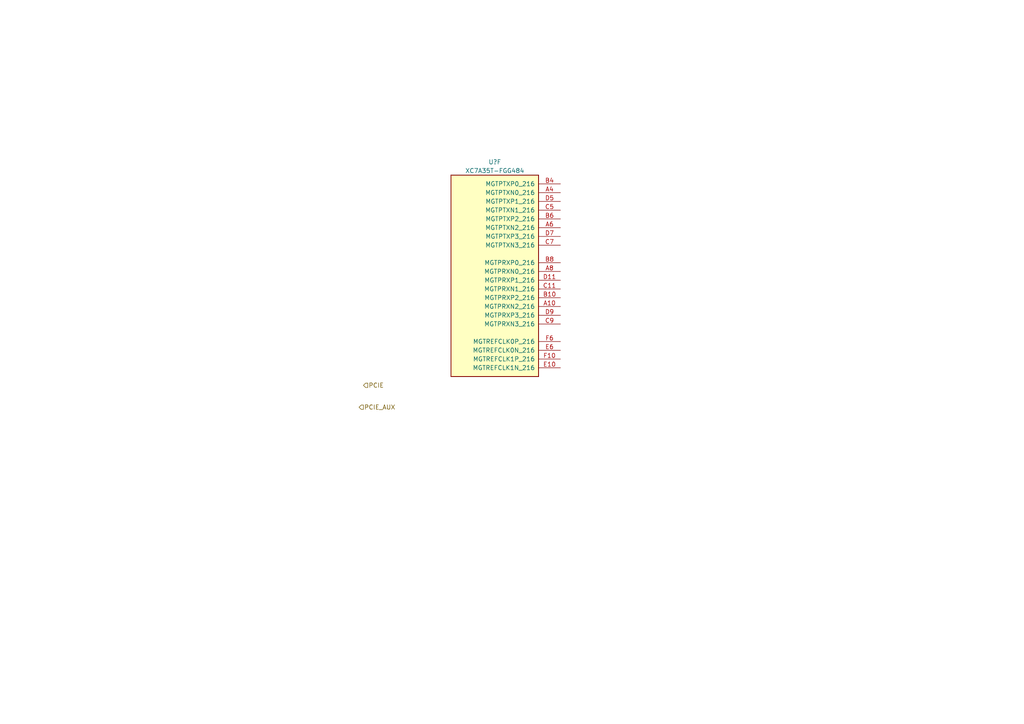
<source format=kicad_sch>
(kicad_sch (version 20250114) (generator "eeschema") (generator_version "9.0")
  (paper "A4")
  (lib_symbols
    (symbol "FPGA_Xilinx_Artix7:XC7A35T-FGG484" (pin_names (offset 1.016))
      (property "Reference" "U" (at -87.63 15.24 0))
      (property "Value" "XC7A35T-FGG484" (at -87.63 12.7 0))
      (symbol "XC7A35T-FGG484_1_1"
        (rectangle (start -19.05 64.77) (end 19.05 -64.77) (stroke (width 0.254)) (fill (type background)))
        (pin bidirectional line (at 25.4 62.23 180) (length 6.35) (name "IO_0_14") (number "P20"))
        (pin bidirectional line (at 25.4 59.69 180) (length 6.35) (name "IO_L1P_T0_D00_MOSI_14") (number "P22"))
        (pin bidirectional line (at 25.4 57.15 180) (length 6.35) (name "IO_L1N_T0_D01_DIN_14") (number "R22"))
        (pin bidirectional line (at 25.4 54.61 180) (length 6.35) (name "IO_L2P_T0_D02_14") (number "P21"))
        (pin bidirectional line (at 25.4 52.07 180) (length 6.35) (name "IO_L2N_T0_D03_14") (number "R21"))
        (pin bidirectional line (at 25.4 49.53 180) (length 6.35) (name "IO_L3P_T0_DQS_PUDC_B_14") (number "U22"))
        (pin bidirectional line (at 25.4 46.99 180) (length 6.35) (name "IO_L3N_T0_DQS_EMCCLK_14") (number "V22"))
        (pin bidirectional line (at 25.4 44.45 180) (length 6.35) (name "IO_L4P_T0_D04_14") (number "T21"))
        (pin bidirectional line (at 25.4 41.91 180) (length 6.35) (name "IO_L4N_T0_D05_14") (number "U21"))
        (pin bidirectional line (at 25.4 39.37 180) (length 6.35) (name "IO_L5P_T0_D06_14") (number "P19"))
        (pin bidirectional line (at 25.4 36.83 180) (length 6.35) (name "IO_L5N_T0_D07_14") (number "R19"))
        (pin bidirectional line (at 25.4 34.29 180) (length 6.35) (name "IO_L6P_T0_FCS_B_14") (number "T19"))
        (pin bidirectional line (at 25.4 31.75 180) (length 6.35) (name "IO_L6N_T0_D08_VREF_14") (number "T20"))
        (pin bidirectional line (at 25.4 29.21 180) (length 6.35) (name "IO_L7P_T1_D09_14") (number "W21"))
        (pin bidirectional line (at 25.4 26.67 180) (length 6.35) (name "IO_L7N_T1_D10_14") (number "W22"))
        (pin bidirectional line (at 25.4 24.13 180) (length 6.35) (name "IO_L8P_T1_D11_14") (number "AA20"))
        (pin bidirectional line (at 25.4 21.59 180) (length 6.35) (name "IO_L8N_T1_D12_14") (number "AA21"))
        (pin bidirectional line (at 25.4 19.05 180) (length 6.35) (name "IO_L9P_T1_DQS_14") (number "Y21"))
        (pin bidirectional line (at 25.4 16.51 180) (length 6.35) (name "IO_L9N_T1_DQS_D13_14") (number "Y22"))
        (pin bidirectional line (at 25.4 13.97 180) (length 6.35) (name "IO_L10P_T1_D14_14") (number "AB21"))
        (pin bidirectional line (at 25.4 11.43 180) (length 6.35) (name "IO_L10N_T1_D15_14") (number "AB22"))
        (pin bidirectional line (at 25.4 8.89 180) (length 6.35) (name "IO_L11P_T1_SRCC_14") (number "U20"))
        (pin bidirectional line (at 25.4 6.35 180) (length 6.35) (name "IO_L11N_T1_SRCC_14") (number "V20"))
        (pin bidirectional line (at 25.4 3.81 180) (length 6.35) (name "IO_L12P_T1_MRCC_14") (number "W19"))
        (pin bidirectional line (at 25.4 1.27 180) (length 6.35) (name "IO_L12N_T1_MRCC_14") (number "W20"))
        (pin bidirectional line (at 25.4 -1.27 180) (length 6.35) (name "IO_L13P_T2_MRCC_14") (number "Y18"))
        (pin bidirectional line (at 25.4 -3.81 180) (length 6.35) (name "IO_L13N_T2_MRCC_14") (number "Y19"))
        (pin bidirectional line (at 25.4 -6.35 180) (length 6.35) (name "IO_L14P_T2_SRCC_14") (number "V18"))
        (pin bidirectional line (at 25.4 -8.89 180) (length 6.35) (name "IO_L14N_T2_SRCC_14") (number "V19"))
        (pin bidirectional line (at 25.4 -11.43 180) (length 6.35) (name "IO_L15P_T2_DQS_RDWR_B_14") (number "AA19"))
        (pin bidirectional line (at 25.4 -13.97 180) (length 6.35) (name "IO_L15N_T2_DQS_DOUT_CSO_B_14") (number "AB20"))
        (pin bidirectional line (at 25.4 -16.51 180) (length 6.35) (name "IO_L16P_T2_CSI_B_14") (number "V17"))
        (pin bidirectional line (at 25.4 -19.05 180) (length 6.35) (name "IO_L16N_T2_A15_D31_14") (number "W17"))
        (pin bidirectional line (at 25.4 -21.59 180) (length 6.35) (name "IO_L17P_T2_A14_D30_14") (number "AA18"))
        (pin bidirectional line (at 25.4 -24.13 180) (length 6.35) (name "IO_L17N_T2_A13_D29_14") (number "AB18"))
        (pin bidirectional line (at 25.4 -26.67 180) (length 6.35) (name "IO_L18P_T2_A12_D28_14") (number "U17"))
        (pin bidirectional line (at 25.4 -29.21 180) (length 6.35) (name "IO_L18N_T2_A11_D27_14") (number "U18"))
        (pin bidirectional line (at 25.4 -31.75 180) (length 6.35) (name "IO_L19P_T3_A10_D26_14") (number "P14"))
        (pin bidirectional line (at 25.4 -34.29 180) (length 6.35) (name "IO_L19N_T3_A09_D25_VREF_14") (number "R14"))
        (pin bidirectional line (at 25.4 -36.83 180) (length 6.35) (name "IO_L20P_T3_A08_D24_14") (number "R18"))
        (pin bidirectional line (at 25.4 -39.37 180) (length 6.35) (name "IO_L20N_T3_A07_D23_14") (number "T18"))
        (pin bidirectional line (at 25.4 -41.91 180) (length 6.35) (name "IO_L21P_T3_DQS_14") (number "N17"))
        (pin bidirectional line (at 25.4 -44.45 180) (length 6.35) (name "IO_L21N_T3_DQS_A06_D22_14") (number "P17"))
        (pin bidirectional line (at 25.4 -46.99 180) (length 6.35) (name "IO_L22P_T3_A05_D21_14") (number "P15"))
        (pin bidirectional line (at 25.4 -49.53 180) (length 6.35) (name "IO_L22N_T3_A04_D20_14") (number "R16"))
        (pin bidirectional line (at 25.4 -52.07 180) (length 6.35) (name "IO_L23P_T3_A03_D19_14") (number "N13"))
        (pin bidirectional line (at 25.4 -54.61 180) (length 6.35) (name "IO_L23N_T3_A02_D18_14") (number "N14"))
        (pin bidirectional line (at 25.4 -57.15 180) (length 6.35) (name "IO_L24P_T3_A01_D17_14") (number "P16"))
        (pin bidirectional line (at 25.4 -59.69 180) (length 6.35) (name "IO_L24N_T3_A00_D16_14") (number "R17"))
        (pin bidirectional line (at 25.4 -62.23 180) (length 6.35) (name "IO_25_14") (number "N15"))
      )
      (symbol "XC7A35T-FGG484_2_1"
        (rectangle (start -19.05 64.77) (end 19.05 -64.77) (stroke (width 0.254)) (fill (type background)))
        (pin bidirectional line (at 25.4 62.23 180) (length 6.35) (name "IO_0_15") (number "J16"))
        (pin bidirectional line (at 25.4 59.69 180) (length 6.35) (name "IO_L1P_T0_AD0P_15") (number "H13"))
        (pin bidirectional line (at 25.4 57.15 180) (length 6.35) (name "IO_L1N_T0_AD0N_15") (number "G13"))
        (pin bidirectional line (at 25.4 54.61 180) (length 6.35) (name "IO_L2P_T0_AD8P_15") (number "G15"))
        (pin bidirectional line (at 25.4 52.07 180) (length 6.35) (name "IO_L2N_T0_AD8N_15") (number "G16"))
        (pin bidirectional line (at 25.4 49.53 180) (length 6.35) (name "IO_L3P_T0_DQS_AD1P_15") (number "J14"))
        (pin bidirectional line (at 25.4 46.99 180) (length 6.35) (name "IO_L3N_T0_DQS_AD1N_15") (number "H14"))
        (pin bidirectional line (at 25.4 44.45 180) (length 6.35) (name "IO_L4P_T0_15") (number "G17"))
        (pin bidirectional line (at 25.4 41.91 180) (length 6.35) (name "IO_L4N_T0_15") (number "G18"))
        (pin bidirectional line (at 25.4 39.37 180) (length 6.35) (name "IO_L5P_T0_AD9P_15") (number "J15"))
        (pin bidirectional line (at 25.4 36.83 180) (length 6.35) (name "IO_L5N_T0_AD9N_15") (number "H15"))
        (pin bidirectional line (at 25.4 34.29 180) (length 6.35) (name "IO_L6P_T0_15") (number "H17"))
        (pin bidirectional line (at 25.4 31.75 180) (length 6.35) (name "IO_L6N_T0_VREF_15") (number "H18"))
        (pin bidirectional line (at 25.4 29.21 180) (length 6.35) (name "IO_L7P_T1_AD2P_15") (number "J22"))
        (pin bidirectional line (at 25.4 26.67 180) (length 6.35) (name "IO_L7N_T1_AD2N_15") (number "H22"))
        (pin bidirectional line (at 25.4 24.13 180) (length 6.35) (name "IO_L8P_T1_AD10P_15") (number "H20"))
        (pin bidirectional line (at 25.4 21.59 180) (length 6.35) (name "IO_L8N_T1_AD10N_15") (number "G20"))
        (pin bidirectional line (at 25.4 19.05 180) (length 6.35) (name "IO_L9P_T1_DQS_AD3P_15") (number "K21"))
        (pin bidirectional line (at 25.4 16.51 180) (length 6.35) (name "IO_L9N_T1_DQS_AD3N_15") (number "K22"))
        (pin bidirectional line (at 25.4 13.97 180) (length 6.35) (name "IO_L10P_T1_AD11P_15") (number "M21"))
        (pin bidirectional line (at 25.4 11.43 180) (length 6.35) (name "IO_L10N_T1_AD11N_15") (number "L21"))
        (pin bidirectional line (at 25.4 8.89 180) (length 6.35) (name "IO_L11P_T1_SRCC_15") (number "J20"))
        (pin bidirectional line (at 25.4 6.35 180) (length 6.35) (name "IO_L11N_T1_SRCC_15") (number "J21"))
        (pin bidirectional line (at 25.4 3.81 180) (length 6.35) (name "IO_L12P_T1_MRCC_15") (number "J19"))
        (pin bidirectional line (at 25.4 1.27 180) (length 6.35) (name "IO_L12N_T1_MRCC_15") (number "H19"))
        (pin bidirectional line (at 25.4 -1.27 180) (length 6.35) (name "IO_L13P_T2_MRCC_15") (number "K18"))
        (pin bidirectional line (at 25.4 -3.81 180) (length 6.35) (name "IO_L13N_T2_MRCC_15") (number "K19"))
        (pin bidirectional line (at 25.4 -6.35 180) (length 6.35) (name "IO_L14P_T2_SRCC_15") (number "L19"))
        (pin bidirectional line (at 25.4 -8.89 180) (length 6.35) (name "IO_L14N_T2_SRCC_15") (number "L20"))
        (pin bidirectional line (at 25.4 -11.43 180) (length 6.35) (name "IO_L15P_T2_DQS_15") (number "N22"))
        (pin bidirectional line (at 25.4 -13.97 180) (length 6.35) (name "IO_L15N_T2_DQS_ADV_B_15") (number "M22"))
        (pin bidirectional line (at 25.4 -16.51 180) (length 6.35) (name "IO_L16P_T2_A28_15") (number "M18"))
        (pin bidirectional line (at 25.4 -19.05 180) (length 6.35) (name "IO_L16N_T2_A27_15") (number "L18"))
        (pin bidirectional line (at 25.4 -21.59 180) (length 6.35) (name "IO_L17P_T2_A26_15") (number "N18"))
        (pin bidirectional line (at 25.4 -24.13 180) (length 6.35) (name "IO_L17N_T2_A25_15") (number "N19"))
        (pin bidirectional line (at 25.4 -26.67 180) (length 6.35) (name "IO_L18P_T2_A24_15") (number "N20"))
        (pin bidirectional line (at 25.4 -29.21 180) (length 6.35) (name "IO_L18N_T2_A23_15") (number "M20"))
        (pin bidirectional line (at 25.4 -31.75 180) (length 6.35) (name "IO_L19P_T3_A22_15") (number "K13"))
        (pin bidirectional line (at 25.4 -34.29 180) (length 6.35) (name "IO_L19N_T3_A21_VREF_15") (number "K14"))
        (pin bidirectional line (at 25.4 -36.83 180) (length 6.35) (name "IO_L20P_T3_A20_15") (number "M13"))
        (pin bidirectional line (at 25.4 -39.37 180) (length 6.35) (name "IO_L20N_T3_A19_15") (number "L13"))
        (pin bidirectional line (at 25.4 -41.91 180) (length 6.35) (name "IO_L21P_T3_DQS_15") (number "K17"))
        (pin bidirectional line (at 25.4 -44.45 180) (length 6.35) (name "IO_L21N_T3_DQS_A18_15") (number "J17"))
        (pin bidirectional line (at 25.4 -46.99 180) (length 6.35) (name "IO_L22P_T3_A17_15") (number "L14"))
        (pin bidirectional line (at 25.4 -49.53 180) (length 6.35) (name "IO_L22N_T3_A16_15") (number "L15"))
        (pin bidirectional line (at 25.4 -52.07 180) (length 6.35) (name "IO_L23P_T3_FOE_B_15") (number "L16"))
        (pin bidirectional line (at 25.4 -54.61 180) (length 6.35) (name "IO_L23N_T3_FWE_B_15") (number "K16"))
        (pin bidirectional line (at 25.4 -57.15 180) (length 6.35) (name "IO_L24P_T3_RS1_15") (number "M15"))
        (pin bidirectional line (at 25.4 -59.69 180) (length 6.35) (name "IO_L24N_T3_RS0_15") (number "M16"))
        (pin bidirectional line (at 25.4 -62.23 180) (length 6.35) (name "IO_25_15") (number "M17"))
      )
      (symbol "XC7A35T-FGG484_3_1"
        (rectangle (start -19.05 64.77) (end 19.05 -64.77) (stroke (width 0.254)) (fill (type background)))
        (pin bidirectional line (at 25.4 62.23 180) (length 6.35) (name "IO_0_16") (number "F15"))
        (pin bidirectional line (at 25.4 59.69 180) (length 6.35) (name "IO_L1P_T0_16") (number "F13"))
        (pin bidirectional line (at 25.4 57.15 180) (length 6.35) (name "IO_L1N_T0_16") (number "F14"))
        (pin bidirectional line (at 25.4 54.61 180) (length 6.35) (name "IO_L2P_T0_16") (number "F16"))
        (pin bidirectional line (at 25.4 52.07 180) (length 6.35) (name "IO_L2N_T0_16") (number "E17"))
        (pin bidirectional line (at 25.4 49.53 180) (length 6.35) (name "IO_L3P_T0_DQS_16") (number "C14"))
        (pin bidirectional line (at 25.4 46.99 180) (length 6.35) (name "IO_L3N_T0_DQS_16") (number "C15"))
        (pin bidirectional line (at 25.4 44.45 180) (length 6.35) (name "IO_L4P_T0_16") (number "E13"))
        (pin bidirectional line (at 25.4 41.91 180) (length 6.35) (name "IO_L4N_T0_16") (number "E14"))
        (pin bidirectional line (at 25.4 39.37 180) (length 6.35) (name "IO_L5P_T0_16") (number "E16"))
        (pin bidirectional line (at 25.4 36.83 180) (length 6.35) (name "IO_L5N_T0_16") (number "D16"))
        (pin bidirectional line (at 25.4 34.29 180) (length 6.35) (name "IO_L6P_T0_16") (number "D14"))
        (pin bidirectional line (at 25.4 31.75 180) (length 6.35) (name "IO_L6N_T0_VREF_16") (number "D15"))
        (pin bidirectional line (at 25.4 29.21 180) (length 6.35) (name "IO_L7P_T1_16") (number "B15"))
        (pin bidirectional line (at 25.4 26.67 180) (length 6.35) (name "IO_L7N_T1_16") (number "B16"))
        (pin bidirectional line (at 25.4 24.13 180) (length 6.35) (name "IO_L8P_T1_16") (number "C13"))
        (pin bidirectional line (at 25.4 21.59 180) (length 6.35) (name "IO_L8N_T1_16") (number "B13"))
        (pin bidirectional line (at 25.4 19.05 180) (length 6.35) (name "IO_L9P_T1_DQS_16") (number "A15"))
        (pin bidirectional line (at 25.4 16.51 180) (length 6.35) (name "IO_L9N_T1_DQS_16") (number "A16"))
        (pin bidirectional line (at 25.4 13.97 180) (length 6.35) (name "IO_L10P_T1_16") (number "A13"))
        (pin bidirectional line (at 25.4 11.43 180) (length 6.35) (name "IO_L10N_T1_16") (number "A14"))
        (pin bidirectional line (at 25.4 8.89 180) (length 6.35) (name "IO_L11P_T1_SRCC_16") (number "B17"))
        (pin bidirectional line (at 25.4 6.35 180) (length 6.35) (name "IO_L11N_T1_SRCC_16") (number "B18"))
        (pin bidirectional line (at 25.4 3.81 180) (length 6.35) (name "IO_L12P_T1_MRCC_16") (number "D17"))
        (pin bidirectional line (at 25.4 1.27 180) (length 6.35) (name "IO_L12N_T1_MRCC_16") (number "C17"))
        (pin bidirectional line (at 25.4 -1.27 180) (length 6.35) (name "IO_L13P_T2_MRCC_16") (number "C18"))
        (pin bidirectional line (at 25.4 -3.81 180) (length 6.35) (name "IO_L13N_T2_MRCC_16") (number "C19"))
        (pin bidirectional line (at 25.4 -6.35 180) (length 6.35) (name "IO_L14P_T2_SRCC_16") (number "E19"))
        (pin bidirectional line (at 25.4 -8.89 180) (length 6.35) (name "IO_L14N_T2_SRCC_16") (number "D19"))
        (pin bidirectional line (at 25.4 -11.43 180) (length 6.35) (name "IO_L15P_T2_DQS_16") (number "F18"))
        (pin bidirectional line (at 25.4 -13.97 180) (length 6.35) (name "IO_L15N_T2_DQS_16") (number "E18"))
        (pin bidirectional line (at 25.4 -16.51 180) (length 6.35) (name "IO_L16P_T2_16") (number "B20"))
        (pin bidirectional line (at 25.4 -19.05 180) (length 6.35) (name "IO_L16N_T2_16") (number "A20"))
        (pin bidirectional line (at 25.4 -21.59 180) (length 6.35) (name "IO_L17P_T2_16") (number "A18"))
        (pin bidirectional line (at 25.4 -24.13 180) (length 6.35) (name "IO_L17N_T2_16") (number "A19"))
        (pin bidirectional line (at 25.4 -26.67 180) (length 6.35) (name "IO_L18P_T2_16") (number "F19"))
        (pin bidirectional line (at 25.4 -29.21 180) (length 6.35) (name "IO_L18N_T2_16") (number "F20"))
        (pin bidirectional line (at 25.4 -31.75 180) (length 6.35) (name "IO_L19P_T3_16") (number "D20"))
        (pin bidirectional line (at 25.4 -34.29 180) (length 6.35) (name "IO_L19N_T3_VREF_16") (number "C20"))
        (pin bidirectional line (at 25.4 -36.83 180) (length 6.35) (name "IO_L20P_T3_16") (number "C22"))
        (pin bidirectional line (at 25.4 -39.37 180) (length 6.35) (name "IO_L20N_T3_16") (number "B22"))
        (pin bidirectional line (at 25.4 -41.91 180) (length 6.35) (name "IO_L21P_T3_DQS_16") (number "B21"))
        (pin bidirectional line (at 25.4 -44.45 180) (length 6.35) (name "IO_L21N_T3_DQS_16") (number "A21"))
        (pin bidirectional line (at 25.4 -46.99 180) (length 6.35) (name "IO_L22P_T3_16") (number "E22"))
        (pin bidirectional line (at 25.4 -49.53 180) (length 6.35) (name "IO_L22N_T3_16") (number "D22"))
        (pin bidirectional line (at 25.4 -52.07 180) (length 6.35) (name "IO_L23P_T3_16") (number "E21"))
        (pin bidirectional line (at 25.4 -54.61 180) (length 6.35) (name "IO_L23N_T3_16") (number "D21"))
        (pin bidirectional line (at 25.4 -57.15 180) (length 6.35) (name "IO_L24P_T3_16") (number "G21"))
        (pin bidirectional line (at 25.4 -59.69 180) (length 6.35) (name "IO_L24N_T3_16") (number "G22"))
        (pin bidirectional line (at 25.4 -62.23 180) (length 6.35) (name "IO_25_16") (number "F21"))
      )
      (symbol "XC7A35T-FGG484_4_1"
        (rectangle (start -19.05 64.77) (end 19.05 -64.77) (stroke (width 0.254)) (fill (type background)))
        (pin bidirectional line (at 25.4 62.23 180) (length 6.35) (name "IO_0_34") (number "T3"))
        (pin bidirectional line (at 25.4 59.69 180) (length 6.35) (name "IO_L1P_T0_34") (number "T1"))
        (pin bidirectional line (at 25.4 57.15 180) (length 6.35) (name "IO_L1N_T0_34") (number "U1"))
        (pin bidirectional line (at 25.4 54.61 180) (length 6.35) (name "IO_L2P_T0_34") (number "U2"))
        (pin bidirectional line (at 25.4 52.07 180) (length 6.35) (name "IO_L2N_T0_34") (number "V2"))
        (pin bidirectional line (at 25.4 49.53 180) (length 6.35) (name "IO_L3P_T0_DQS_34") (number "R3"))
        (pin bidirectional line (at 25.4 46.99 180) (length 6.35) (name "IO_L3N_T0_DQS_34") (number "R2"))
        (pin bidirectional line (at 25.4 44.45 180) (length 6.35) (name "IO_L4P_T0_34") (number "W2"))
        (pin bidirectional line (at 25.4 41.91 180) (length 6.35) (name "IO_L4N_T0_34") (number "Y2"))
        (pin bidirectional line (at 25.4 39.37 180) (length 6.35) (name "IO_L5P_T0_34") (number "W1"))
        (pin bidirectional line (at 25.4 36.83 180) (length 6.35) (name "IO_L5N_T0_34") (number "Y1"))
        (pin bidirectional line (at 25.4 34.29 180) (length 6.35) (name "IO_L6P_T0_34") (number "U3"))
        (pin bidirectional line (at 25.4 31.75 180) (length 6.35) (name "IO_L6N_T0_VREF_34") (number "V3"))
        (pin bidirectional line (at 25.4 29.21 180) (length 6.35) (name "IO_L7P_T1_34") (number "AA1"))
        (pin bidirectional line (at 25.4 26.67 180) (length 6.35) (name "IO_L7N_T1_34") (number "AB1"))
        (pin bidirectional line (at 25.4 24.13 180) (length 6.35) (name "IO_L8P_T1_34") (number "AB3"))
        (pin bidirectional line (at 25.4 21.59 180) (length 6.35) (name "IO_L8N_T1_34") (number "AB2"))
        (pin bidirectional line (at 25.4 19.05 180) (length 6.35) (name "IO_L9P_T1_DQS_34") (number "Y3"))
        (pin bidirectional line (at 25.4 16.51 180) (length 6.35) (name "IO_L9N_T1_DQS_34") (number "AA3"))
        (pin bidirectional line (at 25.4 13.97 180) (length 6.35) (name "IO_L10P_T1_34") (number "AA5"))
        (pin bidirectional line (at 25.4 11.43 180) (length 6.35) (name "IO_L10N_T1_34") (number "AB5"))
        (pin bidirectional line (at 25.4 8.89 180) (length 6.35) (name "IO_L11P_T1_SRCC_34") (number "Y4"))
        (pin bidirectional line (at 25.4 6.35 180) (length 6.35) (name "IO_L11N_T1_SRCC_34") (number "AA4"))
        (pin bidirectional line (at 25.4 3.81 180) (length 6.35) (name "IO_L12P_T1_MRCC_34") (number "V4"))
        (pin bidirectional line (at 25.4 1.27 180) (length 6.35) (name "IO_L12N_T1_MRCC_34") (number "W4"))
        (pin bidirectional line (at 25.4 -1.27 180) (length 6.35) (name "IO_L13P_T2_MRCC_34") (number "R4"))
        (pin bidirectional line (at 25.4 -3.81 180) (length 6.35) (name "IO_L13N_T2_MRCC_34") (number "T4"))
        (pin bidirectional line (at 25.4 -6.35 180) (length 6.35) (name "IO_L14P_T2_SRCC_34") (number "T5"))
        (pin bidirectional line (at 25.4 -8.89 180) (length 6.35) (name "IO_L14N_T2_SRCC_34") (number "U5"))
        (pin bidirectional line (at 25.4 -11.43 180) (length 6.35) (name "IO_L15P_T2_DQS_34") (number "W6"))
        (pin bidirectional line (at 25.4 -13.97 180) (length 6.35) (name "IO_L15N_T2_DQS_34") (number "W5"))
        (pin bidirectional line (at 25.4 -16.51 180) (length 6.35) (name "IO_L16P_T2_34") (number "U6"))
        (pin bidirectional line (at 25.4 -19.05 180) (length 6.35) (name "IO_L16N_T2_34") (number "V5"))
        (pin bidirectional line (at 25.4 -21.59 180) (length 6.35) (name "IO_L17P_T2_34") (number "R6"))
        (pin bidirectional line (at 25.4 -24.13 180) (length 6.35) (name "IO_L17N_T2_34") (number "T6"))
        (pin bidirectional line (at 25.4 -26.67 180) (length 6.35) (name "IO_L18P_T2_34") (number "Y6"))
        (pin bidirectional line (at 25.4 -29.21 180) (length 6.35) (name "IO_L18N_T2_34") (number "AA6"))
        (pin bidirectional line (at 25.4 -31.75 180) (length 6.35) (name "IO_L19P_T3_34") (number "V7"))
        (pin bidirectional line (at 25.4 -34.29 180) (length 6.35) (name "IO_L19N_T3_VREF_34") (number "W7"))
        (pin bidirectional line (at 25.4 -36.83 180) (length 6.35) (name "IO_L20P_T3_34") (number "AB7"))
        (pin bidirectional line (at 25.4 -39.37 180) (length 6.35) (name "IO_L20N_T3_34") (number "AB6"))
        (pin bidirectional line (at 25.4 -41.91 180) (length 6.35) (name "IO_L21P_T3_DQS_34") (number "V9"))
        (pin bidirectional line (at 25.4 -44.45 180) (length 6.35) (name "IO_L21N_T3_DQS_34") (number "V8"))
        (pin bidirectional line (at 25.4 -46.99 180) (length 6.35) (name "IO_L22P_T3_34") (number "AA8"))
        (pin bidirectional line (at 25.4 -49.53 180) (length 6.35) (name "IO_L22N_T3_34") (number "AB8"))
        (pin bidirectional line (at 25.4 -52.07 180) (length 6.35) (name "IO_L23P_T3_34") (number "Y8"))
        (pin bidirectional line (at 25.4 -54.61 180) (length 6.35) (name "IO_L23N_T3_34") (number "Y7"))
        (pin bidirectional line (at 25.4 -57.15 180) (length 6.35) (name "IO_L24P_T3_34") (number "W9"))
        (pin bidirectional line (at 25.4 -59.69 180) (length 6.35) (name "IO_L24N_T3_34") (number "Y9"))
        (pin bidirectional line (at 25.4 -62.23 180) (length 6.35) (name "IO_25_34") (number "U7"))
      )
      (symbol "XC7A35T-FGG484_5_1"
        (rectangle (start -19.05 64.77) (end 19.05 -64.77) (stroke (width 0.254)) (fill (type background)))
        (pin bidirectional line (at 25.4 62.23 180) (length 6.35) (name "IO_0_35") (number "F4"))
        (pin bidirectional line (at 25.4 59.69 180) (length 6.35) (name "IO_L1P_T0_AD4P_35") (number "B1"))
        (pin bidirectional line (at 25.4 57.15 180) (length 6.35) (name "IO_L1N_T0_AD4N_35") (number "A1"))
        (pin bidirectional line (at 25.4 54.61 180) (length 6.35) (name "IO_L2P_T0_AD12P_35") (number "C2"))
        (pin bidirectional line (at 25.4 52.07 180) (length 6.35) (name "IO_L2N_T0_AD12N_35") (number "B2"))
        (pin bidirectional line (at 25.4 49.53 180) (length 6.35) (name "IO_L3P_T0_DQS_AD5P_35") (number "E1"))
        (pin bidirectional line (at 25.4 46.99 180) (length 6.35) (name "IO_L3N_T0_DQS_AD5N_35") (number "D1"))
        (pin bidirectional line (at 25.4 44.45 180) (length 6.35) (name "IO_L4P_T0_35") (number "E2"))
        (pin bidirectional line (at 25.4 41.91 180) (length 6.35) (name "IO_L4N_T0_35") (number "D2"))
        (pin bidirectional line (at 25.4 39.37 180) (length 6.35) (name "IO_L5P_T0_AD13P_35") (number "G1"))
        (pin bidirectional line (at 25.4 36.83 180) (length 6.35) (name "IO_L5N_T0_AD13N_35") (number "F1"))
        (pin bidirectional line (at 25.4 34.29 180) (length 6.35) (name "IO_L6P_T0_35") (number "F3"))
        (pin bidirectional line (at 25.4 31.75 180) (length 6.35) (name "IO_L6N_T0_VREF_35") (number "E3"))
        (pin bidirectional line (at 25.4 29.21 180) (length 6.35) (name "IO_L7P_T1_AD6P_35") (number "K1"))
        (pin bidirectional line (at 25.4 26.67 180) (length 6.35) (name "IO_L7N_T1_AD6N_35") (number "J1"))
        (pin bidirectional line (at 25.4 24.13 180) (length 6.35) (name "IO_L8P_T1_AD14P_35") (number "H2"))
        (pin bidirectional line (at 25.4 21.59 180) (length 6.35) (name "IO_L8N_T1_AD14N_35") (number "G2"))
        (pin bidirectional line (at 25.4 19.05 180) (length 6.35) (name "IO_L9P_T1_DQS_AD7P_35") (number "K2"))
        (pin bidirectional line (at 25.4 16.51 180) (length 6.35) (name "IO_L9N_T1_DQS_AD7N_35") (number "J2"))
        (pin bidirectional line (at 25.4 13.97 180) (length 6.35) (name "IO_L10P_T1_AD15P_35") (number "J5"))
        (pin bidirectional line (at 25.4 11.43 180) (length 6.35) (name "IO_L10N_T1_AD15N_35") (number "H5"))
        (pin bidirectional line (at 25.4 8.89 180) (length 6.35) (name "IO_L11P_T1_SRCC_35") (number "H3"))
        (pin bidirectional line (at 25.4 6.35 180) (length 6.35) (name "IO_L11N_T1_SRCC_35") (number "G3"))
        (pin bidirectional line (at 25.4 3.81 180) (length 6.35) (name "IO_L12P_T1_MRCC_35") (number "H4"))
        (pin bidirectional line (at 25.4 1.27 180) (length 6.35) (name "IO_L12N_T1_MRCC_35") (number "G4"))
        (pin bidirectional line (at 25.4 -1.27 180) (length 6.35) (name "IO_L13P_T2_MRCC_35") (number "K4"))
        (pin bidirectional line (at 25.4 -3.81 180) (length 6.35) (name "IO_L13N_T2_MRCC_35") (number "J4"))
        (pin bidirectional line (at 25.4 -6.35 180) (length 6.35) (name "IO_L14P_T2_SRCC_35") (number "L3"))
        (pin bidirectional line (at 25.4 -8.89 180) (length 6.35) (name "IO_L14N_T2_SRCC_35") (number "K3"))
        (pin bidirectional line (at 25.4 -11.43 180) (length 6.35) (name "IO_L15P_T2_DQS_35") (number "M1"))
        (pin bidirectional line (at 25.4 -13.97 180) (length 6.35) (name "IO_L15N_T2_DQS_35") (number "L1"))
        (pin bidirectional line (at 25.4 -16.51 180) (length 6.35) (name "IO_L16P_T2_35") (number "M3"))
        (pin bidirectional line (at 25.4 -19.05 180) (length 6.35) (name "IO_L16N_T2_35") (number "M2"))
        (pin bidirectional line (at 25.4 -21.59 180) (length 6.35) (name "IO_L17P_T2_35") (number "K6"))
        (pin bidirectional line (at 25.4 -24.13 180) (length 6.35) (name "IO_L17N_T2_35") (number "J6"))
        (pin bidirectional line (at 25.4 -26.67 180) (length 6.35) (name "IO_L18P_T2_35") (number "L5"))
        (pin bidirectional line (at 25.4 -29.21 180) (length 6.35) (name "IO_L18N_T2_35") (number "L4"))
        (pin bidirectional line (at 25.4 -31.75 180) (length 6.35) (name "IO_L19P_T3_35") (number "N4"))
        (pin bidirectional line (at 25.4 -34.29 180) (length 6.35) (name "IO_L19N_T3_VREF_35") (number "N3"))
        (pin bidirectional line (at 25.4 -36.83 180) (length 6.35) (name "IO_L20P_T3_35") (number "R1"))
        (pin bidirectional line (at 25.4 -39.37 180) (length 6.35) (name "IO_L20N_T3_35") (number "P1"))
        (pin bidirectional line (at 25.4 -41.91 180) (length 6.35) (name "IO_L21P_T3_DQS_35") (number "P5"))
        (pin bidirectional line (at 25.4 -44.45 180) (length 6.35) (name "IO_L21N_T3_DQS_35") (number "P4"))
        (pin bidirectional line (at 25.4 -46.99 180) (length 6.35) (name "IO_L22P_T3_35") (number "P2"))
        (pin bidirectional line (at 25.4 -49.53 180) (length 6.35) (name "IO_L22N_T3_35") (number "N2"))
        (pin bidirectional line (at 25.4 -52.07 180) (length 6.35) (name "IO_L23P_T3_35") (number "M6"))
        (pin bidirectional line (at 25.4 -54.61 180) (length 6.35) (name "IO_L23N_T3_35") (number "M5"))
        (pin bidirectional line (at 25.4 -57.15 180) (length 6.35) (name "IO_L24P_T3_35") (number "P6"))
        (pin bidirectional line (at 25.4 -59.69 180) (length 6.35) (name "IO_L24N_T3_35") (number "N5"))
        (pin bidirectional line (at 25.4 -62.23 180) (length 6.35) (name "IO_25_35") (number "L6"))
      )
      (symbol "XC7A35T-FGG484_6_1"
        (rectangle (start -12.7 29.21) (end 12.7 -29.21) (stroke (width 0.254)) (fill (type background)))
        (pin bidirectional line (at 19.05 26.67 180) (length 6.35) (name "MGTPTXP0_216") (number "B4"))
        (pin bidirectional line (at 19.05 24.13 180) (length 6.35) (name "MGTPTXN0_216") (number "A4"))
        (pin bidirectional line (at 19.05 21.59 180) (length 6.35) (name "MGTPTXP1_216") (number "D5"))
        (pin bidirectional line (at 19.05 19.05 180) (length 6.35) (name "MGTPTXN1_216") (number "C5"))
        (pin bidirectional line (at 19.05 16.51 180) (length 6.35) (name "MGTPTXP2_216") (number "B6"))
        (pin bidirectional line (at 19.05 13.97 180) (length 6.35) (name "MGTPTXN2_216") (number "A6"))
        (pin bidirectional line (at 19.05 11.43 180) (length 6.35) (name "MGTPTXP3_216") (number "D7"))
        (pin bidirectional line (at 19.05 8.89 180) (length 6.35) (name "MGTPTXN3_216") (number "C7"))
        (pin bidirectional line (at 19.05 3.81 180) (length 6.35) (name "MGTPRXP0_216") (number "B8"))
        (pin bidirectional line (at 19.05 1.27 180) (length 6.35) (name "MGTPRXN0_216") (number "A8"))
        (pin bidirectional line (at 19.05 -1.27 180) (length 6.35) (name "MGTPRXP1_216") (number "D11"))
        (pin bidirectional line (at 19.05 -3.81 180) (length 6.35) (name "MGTPRXN1_216") (number "C11"))
        (pin bidirectional line (at 19.05 -6.35 180) (length 6.35) (name "MGTPRXP2_216") (number "B10"))
        (pin bidirectional line (at 19.05 -8.89 180) (length 6.35) (name "MGTPRXN2_216") (number "A10"))
        (pin bidirectional line (at 19.05 -11.43 180) (length 6.35) (name "MGTPRXP3_216") (number "D9"))
        (pin bidirectional line (at 19.05 -13.97 180) (length 6.35) (name "MGTPRXN3_216") (number "C9"))
        (pin bidirectional line (at 19.05 -19.05 180) (length 6.35) (name "MGTREFCLK0P_216") (number "F6"))
        (pin bidirectional line (at 19.05 -21.59 180) (length 6.35) (name "MGTREFCLK0N_216") (number "E6"))
        (pin bidirectional line (at 19.05 -24.13 180) (length 6.35) (name "MGTREFCLK1P_216") (number "F10"))
        (pin bidirectional line (at 19.05 -26.67 180) (length 6.35) (name "MGTREFCLK1N_216") (number "E10"))
      )
      (symbol "XC7A35T-FGG484_7_1"
        (rectangle (start -13.97 11.43) (end 13.97 -11.43) (stroke (width 0.254)) (fill (type background)))
        (pin power_in line (at -20.32 8.89 0) (length 6.35) (name "MGTAVCC") (number "D6"))
        (pin power_in line (at -20.32 6.35 0) (length 6.35) (name "MGTAVCC") (number "D10"))
        (pin power_in line (at -20.32 3.81 0) (length 6.35) (name "MGTAVCC") (number "F7"))
        (pin power_in line (at -20.32 1.27 0) (length 6.35) (name "MGTAVCC") (number "F9"))
        (pin power_in line (at -20.32 -1.27 0) (length 6.35) (name "MGTAVCC") (number "E8"))
        (pin power_in line (at 20.32 8.89 180) (length 6.35) (name "MGTAVTT") (number "B5"))
        (pin power_in line (at 20.32 6.35 180) (length 6.35) (name "MGTAVTT") (number "B7"))
        (pin power_in line (at 20.32 3.81 180) (length 6.35) (name "MGTAVTT") (number "B9"))
        (pin power_in line (at 20.32 1.27 180) (length 6.35) (name "MGTAVTT") (number "B11"))
        (pin power_in line (at 20.32 -1.27 180) (length 6.35) (name "MGTAVTT") (number "C4"))
        (pin power_in line (at 20.32 -3.81 180) (length 6.35) (name "MGTAVTT") (number "C8"))
        (pin power_in line (at 20.32 -8.89 180) (length 6.35) (name "MGTRREF_216") (number "F8"))
      )
      (symbol "XC7A35T-FGG484_8_1"
        (rectangle (start -10.16 31.75) (end 10.16 -31.75) (stroke (width 0.254)) (fill (type background)))
        (pin bidirectional line (at 16.51 29.21 180) (length 6.35) (name "TDI_0") (number "R13"))
        (pin bidirectional line (at 16.51 26.67 180) (length 6.35) (name "TDO_0") (number "U13"))
        (pin bidirectional line (at 16.51 24.13 180) (length 6.35) (name "TMS_0") (number "T13"))
        (pin bidirectional line (at 16.51 21.59 180) (length 6.35) (name "TCK_0") (number "V12"))
        (pin bidirectional line (at 16.51 16.51 180) (length 6.35) (name "CCLK_0") (number "L12"))
        (pin bidirectional line (at 16.51 13.97 180) (length 6.35) (name "M0_0") (number "U11"))
        (pin bidirectional line (at 16.51 11.43 180) (length 6.35) (name "M1_0") (number "U10"))
        (pin bidirectional line (at 16.51 8.89 180) (length 6.35) (name "M2_0") (number "U9"))
        (pin bidirectional line (at 16.51 3.81 180) (length 6.35) (name "DONE_0") (number "G11"))
        (pin bidirectional line (at 16.51 1.27 180) (length 6.35) (name "INIT_B_0") (number "U12"))
        (pin bidirectional line (at 16.51 -1.27 180) (length 6.35) (name "PROGRAM_B_0") (number "N12"))
        (pin bidirectional line (at 16.51 -6.35 180) (length 6.35) (name "CFGBVS_0") (number "U8"))
        (pin bidirectional line (at 16.51 -11.43 180) (length 6.35) (name "VP_0") (number "L10"))
        (pin bidirectional line (at 16.51 -13.97 180) (length 6.35) (name "VN_0") (number "M9"))
        (pin bidirectional line (at 16.51 -19.05 180) (length 6.35) (name "VREFP_0") (number "M10"))
        (pin bidirectional line (at 16.51 -21.59 180) (length 6.35) (name "VREFN_0") (number "L9"))
        (pin bidirectional line (at 16.51 -26.67 180) (length 6.35) (name "DXP_0") (number "N10"))
        (pin bidirectional line (at 16.51 -29.21 180) (length 6.35) (name "DXN_0") (number "N9"))
      )
      (symbol "XC7A35T-FGG484_9_1"
        (rectangle (start -19.05 76.2) (end 19.05 -76.2) (stroke (width 0.254)) (fill (type background)))
        (pin power_in line (at -25.4 73.66 0) (length 6.35) (name "VCCAUX") (number "H12"))
        (pin power_in line (at -25.4 71.12 0) (length 6.35) (name "VCCAUX") (number "K12"))
        (pin power_in line (at -25.4 68.58 0) (length 6.35) (name "VCCAUX") (number "M12"))
        (pin power_in line (at -25.4 66.04 0) (length 6.35) (name "VCCAUX") (number "P12"))
        (pin power_in line (at -25.4 63.5 0) (length 6.35) (name "VCCAUX") (number "R11"))
        (pin power_in line (at -25.4 58.42 0) (length 6.35) (name "GNDADC_0") (number "K9"))
        (pin power_in line (at -25.4 55.88 0) (length 6.35) (name "VCCADC_0") (number "K10"))
        (pin power_in line (at -25.4 53.34 0) (length 6.35) (name "VCCBATT_0") (number "E12"))
        (pin power_in line (at -25.4 50.8 0) (length 6.35) (name "VCCBRAM") (number "J11"))
        (pin power_in line (at -25.4 48.26 0) (length 6.35) (name "VCCBRAM") (number "L11"))
        (pin power_in line (at -25.4 45.72 0) (length 6.35) (name "VCCBRAM") (number "N11"))
        (pin power_in line (at -25.4 35.56 0) (length 6.35) (name "GND") (number "A2"))
        (pin power_in line (at -25.4 33.02 0) (length 6.35) (name "GND") (number "A3"))
        (pin power_in line (at -25.4 30.48 0) (length 6.35) (name "GND") (number "A5"))
        (pin power_in line (at -25.4 27.94 0) (length 6.35) (name "GND") (number "A7"))
        (pin power_in line (at -25.4 25.4 0) (length 6.35) (name "GND") (number "A9"))
        (pin power_in line (at -25.4 22.86 0) (length 6.35) (name "GND") (number "A11"))
        (pin power_in line (at -25.4 20.32 0) (length 6.35) (name "GND") (number "A12"))
        (pin power_in line (at -25.4 17.78 0) (length 6.35) (name "GND") (number "A22"))
        (pin power_in line (at -25.4 15.24 0) (length 6.35) (name "GND") (number "B3"))
        (pin power_in line (at -25.4 12.7 0) (length 6.35) (name "GND") (number "B12"))
        (pin power_in line (at -25.4 10.16 0) (length 6.35) (name "GND") (number "B19"))
        (pin power_in line (at -25.4 7.62 0) (length 6.35) (name "GND") (number "C3"))
        (pin power_in line (at -25.4 5.08 0) (length 6.35) (name "GND") (number "C6"))
        (pin power_in line (at -25.4 2.54 0) (length 6.35) (name "GND") (number "C10"))
        (pin power_in line (at -25.4 0 0) (length 6.35) (name "GND") (number "C12"))
        (pin power_in line (at -25.4 -2.54 0) (length 6.35) (name "GND") (number "C16"))
        (pin power_in line (at -25.4 -5.08 0) (length 6.35) (name "GND") (number "D3"))
        (pin power_in line (at -25.4 -7.62 0) (length 6.35) (name "GND") (number "D4"))
        (pin power_in line (at -25.4 -10.16 0) (length 6.35) (name "GND") (number "D8"))
        (pin power_in line (at -25.4 -12.7 0) (length 6.35) (name "GND") (number "D12"))
        (pin power_in line (at -25.4 -15.24 0) (length 6.35) (name "GND") (number "D13"))
        (pin power_in line (at -25.4 -17.78 0) (length 6.35) (name "GND") (number "E4"))
        (pin power_in line (at -25.4 -20.32 0) (length 6.35) (name "GND") (number "E5"))
        (pin power_in line (at -25.4 -22.86 0) (length 6.35) (name "GND") (number "E7"))
        (pin power_in line (at -25.4 -25.4 0) (length 6.35) (name "GND") (number "E9"))
        (pin power_in line (at -25.4 -27.94 0) (length 6.35) (name "GND") (number "E11"))
        (pin power_in line (at -25.4 -30.48 0) (length 6.35) (name "GND") (number "E20"))
        (pin power_in line (at -25.4 -33.02 0) (length 6.35) (name "GND") (number "F5"))
        (pin power_in line (at -25.4 -35.56 0) (length 6.35) (name "GND") (number "F11"))
        (pin power_in line (at -25.4 -38.1 0) (length 6.35) (name "GND") (number "F17"))
        (pin power_in line (at -25.4 -40.64 0) (length 6.35) (name "GND") (number "G5"))
        (pin power_in line (at -25.4 -43.18 0) (length 6.35) (name "GND") (number "G6"))
        (pin power_in line (at -25.4 -45.72 0) (length 6.35) (name "GND") (number "G7"))
        (pin power_in line (at -25.4 -48.26 0) (length 6.35) (name "GND") (number "G8"))
        (pin power_in line (at -25.4 -50.8 0) (length 6.35) (name "GND") (number "G9"))
        (pin power_in line (at -25.4 -53.34 0) (length 6.35) (name "GND") (number "G10"))
        (pin power_in line (at -25.4 -55.88 0) (length 6.35) (name "GND") (number "G12"))
        (pin power_in line (at -25.4 -58.42 0) (length 6.35) (name "GND") (number "G14"))
        (pin power_in line (at -25.4 -60.96 0) (length 6.35) (name "GND") (number "H1"))
        (pin power_in line (at -25.4 -63.5 0) (length 6.35) (name "GND") (number "H7"))
        (pin power_in line (at -25.4 -66.04 0) (length 6.35) (name "GND") (number "H9"))
        (pin power_in line (at -25.4 -68.58 0) (length 6.35) (name "GND") (number "H11"))
        (pin power_in line (at -25.4 -71.12 0) (length 6.35) (name "GND") (number "H21"))
        (pin power_in line (at -25.4 -73.66 0) (length 6.35) (name "GND") (number "J8"))
        (pin power_in line (at 25.4 73.66 180) (length 6.35) (name "VCCINT") (number "H8"))
        (pin power_in line (at 25.4 71.12 180) (length 6.35) (name "VCCINT") (number "H10"))
        (pin power_in line (at 25.4 68.58 180) (length 6.35) (name "VCCINT") (number "J7"))
        (pin power_in line (at 25.4 66.04 180) (length 6.35) (name "VCCINT") (number "J9"))
        (pin power_in line (at 25.4 63.5 180) (length 6.35) (name "VCCINT") (number "K8"))
        (pin power_in line (at 25.4 60.96 180) (length 6.35) (name "VCCINT") (number "L7"))
        (pin power_in line (at 25.4 58.42 180) (length 6.35) (name "VCCINT") (number "M8"))
        (pin power_in line (at 25.4 55.88 180) (length 6.35) (name "VCCINT") (number "N7"))
        (pin power_in line (at 25.4 53.34 180) (length 6.35) (name "VCCINT") (number "P8"))
        (pin power_in line (at 25.4 50.8 180) (length 6.35) (name "VCCINT") (number "P10"))
        (pin power_in line (at 25.4 48.26 180) (length 6.35) (name "VCCINT") (number "R7"))
        (pin power_in line (at 25.4 45.72 180) (length 6.35) (name "VCCINT") (number "R9"))
        (pin power_in line (at 25.4 43.18 180) (length 6.35) (name "VCCINT") (number "T8"))
        (pin power_in line (at 25.4 40.64 180) (length 6.35) (name "VCCINT") (number "T10"))
        (pin power_in line (at 25.4 33.02 180) (length 6.35) (name "GND") (number "J10"))
        (pin power_in line (at 25.4 30.48 180) (length 6.35) (name "GND") (number "J12"))
        (pin power_in line (at 25.4 27.94 180) (length 6.35) (name "GND") (number "J18"))
        (pin power_in line (at 25.4 25.4 180) (length 6.35) (name "GND") (number "K5"))
        (pin power_in line (at 25.4 22.86 180) (length 6.35) (name "GND") (number "K7"))
        (pin power_in line (at 25.4 20.32 180) (length 6.35) (name "GND") (number "K11"))
        (pin power_in line (at 25.4 17.78 180) (length 6.35) (name "GND") (number "K15"))
        (pin power_in line (at 25.4 15.24 180) (length 6.35) (name "GND") (number "L2"))
        (pin power_in line (at 25.4 12.7 180) (length 6.35) (name "GND") (number "L8"))
        (pin power_in line (at 25.4 10.16 180) (length 6.35) (name "GND") (number "L22"))
        (pin power_in line (at 25.4 7.62 180) (length 6.35) (name "GND") (number "M7"))
        (pin power_in line (at 25.4 5.08 180) (length 6.35) (name "GND") (number "M11"))
        (pin power_in line (at 25.4 2.54 180) (length 6.35) (name "GND") (number "M19"))
        (pin power_in line (at 25.4 0 180) (length 6.35) (name "GND") (number "N6"))
        (pin power_in line (at 25.4 -2.54 180) (length 6.35) (name "GND") (number "N8"))
        (pin power_in line (at 25.4 -5.08 180) (length 6.35) (name "GND") (number "N16"))
        (pin power_in line (at 25.4 -7.62 180) (length 6.35) (name "GND") (number "P3"))
        (pin power_in line (at 25.4 -10.16 180) (length 6.35) (name "GND") (number "P7"))
        (pin power_in line (at 25.4 -12.7 180) (length 6.35) (name "GND") (number "P9"))
        (pin power_in line (at 25.4 -15.24 180) (length 6.35) (name "GND") (number "P11"))
        (pin power_in line (at 25.4 -17.78 180) (length 6.35) (name "GND") (number "P13"))
        (pin power_in line (at 25.4 -20.32 180) (length 6.35) (name "GND") (number "R8"))
        (pin power_in line (at 25.4 -22.86 180) (length 6.35) (name "GND") (number "R10"))
        (pin power_in line (at 25.4 -25.4 180) (length 6.35) (name "GND") (number "R12"))
        (pin power_in line (at 25.4 -27.94 180) (length 6.35) (name "GND") (number "R20"))
        (pin power_in line (at 25.4 -30.48 180) (length 6.35) (name "GND") (number "T7"))
        (pin power_in line (at 25.4 -33.02 180) (length 6.35) (name "GND") (number "T9"))
        (pin power_in line (at 25.4 -35.56 180) (length 6.35) (name "GND") (number "T11"))
        (pin power_in line (at 25.4 -38.1 180) (length 6.35) (name "GND") (number "T17"))
        (pin power_in line (at 25.4 -40.64 180) (length 6.35) (name "GND") (number "U4"))
        (pin power_in line (at 25.4 -43.18 180) (length 6.35) (name "GND") (number "U14"))
        (pin power_in line (at 25.4 -45.72 180) (length 6.35) (name "GND") (number "V1"))
        (pin power_in line (at 25.4 -48.26 180) (length 6.35) (name "GND") (number "V11"))
        (pin power_in line (at 25.4 -50.8 180) (length 6.35) (name "GND") (number "V21"))
        (pin power_in line (at 25.4 -53.34 180) (length 6.35) (name "GND") (number "W8"))
        (pin power_in line (at 25.4 -55.88 180) (length 6.35) (name "GND") (number "W18"))
        (pin power_in line (at 25.4 -58.42 180) (length 6.35) (name "GND") (number "Y5"))
        (pin power_in line (at 25.4 -60.96 180) (length 6.35) (name "GND") (number "Y15"))
        (pin power_in line (at 25.4 -63.5 180) (length 6.35) (name "GND") (number "AA2"))
        (pin power_in line (at 25.4 -66.04 180) (length 6.35) (name "GND") (number "AA12"))
        (pin power_in line (at 25.4 -68.58 180) (length 6.35) (name "GND") (number "AA22"))
        (pin power_in line (at 25.4 -71.12 180) (length 6.35) (name "GND") (number "AB9"))
        (pin power_in line (at 25.4 -73.66 180) (length 6.35) (name "GND") (number "AB19"))
      )
      (symbol "XC7A35T-FGG484_10_1"
        (rectangle (start -11.43 52.07) (end 11.43 -52.07) (stroke (width 0.254)) (fill (type background)))
        (pin power_in line (at 17.78 49.53 180) (length 6.35) (name "VCCO_0") (number "F12"))
        (pin power_in line (at 17.78 46.99 180) (length 6.35) (name "VCCO_0") (number "T12"))
        (pin power_in line (at 17.78 43.18 180) (length 6.35) (name "VCCO_13") (number "AA17"))
        (pin power_in line (at 17.78 40.64 180) (length 6.35) (name "VCCO_13") (number "AB14"))
        (pin power_in line (at 17.78 38.1 180) (length 6.35) (name "VCCO_13") (number "V16"))
        (pin power_in line (at 17.78 35.56 180) (length 6.35) (name "VCCO_13") (number "W13"))
        (pin power_in line (at 17.78 33.02 180) (length 6.35) (name "VCCO_13") (number "Y10"))
        (pin power_in line (at 17.78 29.21 180) (length 6.35) (name "VCCO_14") (number "M14"))
        (pin power_in line (at 17.78 26.67 180) (length 6.35) (name "VCCO_14") (number "P18"))
        (pin power_in line (at 17.78 24.13 180) (length 6.35) (name "VCCO_14") (number "R15"))
        (pin power_in line (at 17.78 21.59 180) (length 6.35) (name "VCCO_14") (number "T22"))
        (pin power_in line (at 17.78 19.05 180) (length 6.35) (name "VCCO_14") (number "U19"))
        (pin power_in line (at 17.78 16.51 180) (length 6.35) (name "VCCO_14") (number "Y20"))
        (pin power_in line (at 17.78 12.7 180) (length 6.35) (name "VCCO_15") (number "G19"))
        (pin power_in line (at 17.78 10.16 180) (length 6.35) (name "VCCO_15") (number "H16"))
        (pin power_in line (at 17.78 7.62 180) (length 6.35) (name "VCCO_15") (number "J13"))
        (pin power_in line (at 17.78 5.08 180) (length 6.35) (name "VCCO_15") (number "K20"))
        (pin power_in line (at 17.78 2.54 180) (length 6.35) (name "VCCO_15") (number "L17"))
        (pin power_in line (at 17.78 0 180) (length 6.35) (name "VCCO_15") (number "N21"))
        (pin power_in line (at 17.78 -3.81 180) (length 6.35) (name "VCCO_16") (number "A17"))
        (pin power_in line (at 17.78 -6.35 180) (length 6.35) (name "VCCO_16") (number "B14"))
        (pin power_in line (at 17.78 -8.89 180) (length 6.35) (name "VCCO_16") (number "C21"))
        (pin power_in line (at 17.78 -11.43 180) (length 6.35) (name "VCCO_16") (number "D18"))
        (pin power_in line (at 17.78 -13.97 180) (length 6.35) (name "VCCO_16") (number "E15"))
        (pin power_in line (at 17.78 -16.51 180) (length 6.35) (name "VCCO_16") (number "F22"))
        (pin power_in line (at 17.78 -20.32 180) (length 6.35) (name "VCCO_34") (number "AA7"))
        (pin power_in line (at 17.78 -22.86 180) (length 6.35) (name "VCCO_34") (number "AB4"))
        (pin power_in line (at 17.78 -25.4 180) (length 6.35) (name "VCCO_34") (number "R5"))
        (pin power_in line (at 17.78 -27.94 180) (length 6.35) (name "VCCO_34") (number "T2"))
        (pin power_in line (at 17.78 -30.48 180) (length 6.35) (name "VCCO_34") (number "V6"))
        (pin power_in line (at 17.78 -33.02 180) (length 6.35) (name "VCCO_34") (number "W3"))
        (pin power_in line (at 17.78 -36.83 180) (length 6.35) (name "VCCO_35") (number "C1"))
        (pin power_in line (at 17.78 -39.37 180) (length 6.35) (name "VCCO_35") (number "F2"))
        (pin power_in line (at 17.78 -41.91 180) (length 6.35) (name "VCCO_35") (number "H6"))
        (pin power_in line (at 17.78 -44.45 180) (length 6.35) (name "VCCO_35") (number "J3"))
        (pin power_in line (at 17.78 -46.99 180) (length 6.35) (name "VCCO_35") (number "M4"))
        (pin power_in line (at 17.78 -49.53 180) (length 6.35) (name "VCCO_35") (number "N1"))
      )
    )
  )
  (hierarchical_label "PCIE_AUX" (shape input) (at 104.14 118.11 0))
  (hierarchical_label "PCIE" (shape input) (at 105.41 111.76 0))
  (symbol (lib_id "FPGA_Xilinx_Artix7:XC7A35T-FGG484") (at 143.51 80.01 0) (unit 6)
    (property "Reference" "U?" (at 143.51 46.99 0))
    (property "Value" "XC7A35T-FGG484" (at 143.51 49.53 0))
    (property "Footprint" "Package_BGA:Xilinx_FGG484" (effects (hide yes)))
    (property "Description" "Artix 7 T 35 XC7A35T-FGG484" (effects (hide yes)))
  )
)
</source>
